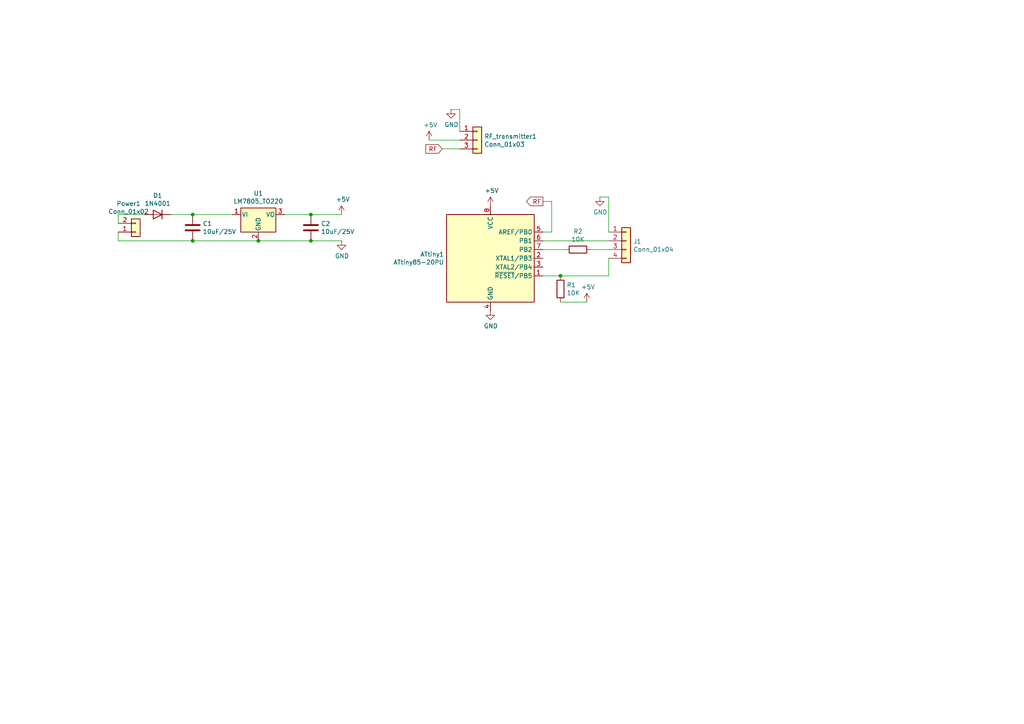
<source format=kicad_sch>
(kicad_sch (version 20211123) (generator eeschema)
  (paper "A4")
  (lib_symbols
    (symbol "Connector_Generic:Conn_01x02" (pin_names (offset 1.016) hide)
      (property "Reference" "J" (at 0 2.54 0))
      (property "Value" "Conn_01x02" (at 0 -5.08 0))
      (symbol "Conn_01x02_1_1"
        (rectangle (start -1.27 -2.413) (end 0 -2.667) (stroke (width 0.1524)))
        (rectangle (start -1.27 0.127) (end 0 -0.127) (stroke (width 0.1524)))
        (rectangle (start -1.27 1.27) (end 1.27 -3.81) (stroke (width 0.254)) (fill (type background)))
        (pin passive line (at -5.08 0 0) (length 3.81) (name "Pin_1") (number "1"))
        (pin passive line (at -5.08 -2.54 0) (length 3.81) (name "Pin_2") (number "2"))
      )
    )
    (symbol "Connector_Generic:Conn_01x03" (pin_names (offset 1.016) hide)
      (property "Reference" "J" (at 0 5.08 0))
      (property "Value" "Conn_01x03" (at 0 -5.08 0))
      (symbol "Conn_01x03_1_1"
        (rectangle (start -1.27 -2.413) (end 0 -2.667) (stroke (width 0.1524)))
        (rectangle (start -1.27 0.127) (end 0 -0.127) (stroke (width 0.1524)))
        (rectangle (start -1.27 2.667) (end 0 2.413) (stroke (width 0.1524)))
        (rectangle (start -1.27 3.81) (end 1.27 -3.81) (stroke (width 0.254)) (fill (type background)))
        (pin passive line (at -5.08 2.54 0) (length 3.81) (name "Pin_1") (number "1"))
        (pin passive line (at -5.08 0 0) (length 3.81) (name "Pin_2") (number "2"))
        (pin passive line (at -5.08 -2.54 0) (length 3.81) (name "Pin_3") (number "3"))
      )
    )
    (symbol "Connector_Generic:Conn_01x04" (pin_names (offset 1.016) hide)
      (property "Reference" "J" (at 0 5.08 0))
      (property "Value" "Conn_01x04" (at 0 -7.62 0))
      (symbol "Conn_01x04_1_1"
        (rectangle (start -1.27 -4.953) (end 0 -5.207) (stroke (width 0.1524)))
        (rectangle (start -1.27 -2.413) (end 0 -2.667) (stroke (width 0.1524)))
        (rectangle (start -1.27 0.127) (end 0 -0.127) (stroke (width 0.1524)))
        (rectangle (start -1.27 2.667) (end 0 2.413) (stroke (width 0.1524)))
        (rectangle (start -1.27 3.81) (end 1.27 -6.35) (stroke (width 0.254)) (fill (type background)))
        (pin passive line (at -5.08 2.54 0) (length 3.81) (name "Pin_1") (number "1"))
        (pin passive line (at -5.08 0 0) (length 3.81) (name "Pin_2") (number "2"))
        (pin passive line (at -5.08 -2.54 0) (length 3.81) (name "Pin_3") (number "3"))
        (pin passive line (at -5.08 -5.08 0) (length 3.81) (name "Pin_4") (number "4"))
      )
    )
    (symbol "Device:C" (pin_numbers hide) (pin_names (offset 0.254))
      (property "Reference" "C" (at 0.635 2.54 0))
      (property "Value" "C" (at 0.635 -2.54 0))
      (symbol "C_0_1"
        (polyline (pts (xy -2.032 -0.762) (xy 2.032 -0.762)) (stroke (width 0.508)))
        (polyline (pts (xy -2.032 0.762) (xy 2.032 0.762)) (stroke (width 0.508)))
      )
      (symbol "C_1_1"
        (pin passive line (at 0 3.81 270) (length 2.794) (name "~") (number "1"))
        (pin passive line (at 0 -3.81 90) (length 2.794) (name "~") (number "2"))
      )
    )
    (symbol "Device:R" (pin_numbers hide) (pin_names (offset 0))
      (property "Reference" "R" (at 2.032 0 90))
      (property "Value" "R" (at 0 0 90))
      (symbol "R_0_1"
        (rectangle (start -1.016 -2.54) (end 1.016 2.54) (stroke (width 0.254)))
      )
      (symbol "R_1_1"
        (pin passive line (at 0 3.81 270) (length 1.27) (name "~") (number "1"))
        (pin passive line (at 0 -3.81 90) (length 1.27) (name "~") (number "2"))
      )
    )
    (symbol "Diode:1N4001" (pin_numbers hide) (pin_names (offset 1.016) hide)
      (property "Reference" "D" (at 0 2.54 0))
      (property "Value" "1N4001" (at 0 -2.54 0))
      (symbol "1N4001_0_1"
        (polyline (pts (xy -1.27 1.27) (xy -1.27 -1.27)) (stroke (width 0.254)))
        (polyline (pts (xy 1.27 0) (xy -1.27 0)))
        (polyline (pts (xy 1.27 1.27) (xy 1.27 -1.27) (xy -1.27 0) (xy 1.27 1.27)) (stroke (width 0.254)))
      )
      (symbol "1N4001_1_1"
        (pin passive line (at -3.81 0 0) (length 2.54) (name "K") (number "1"))
        (pin passive line (at 3.81 0 180) (length 2.54) (name "A") (number "2"))
      )
    )
    (symbol "MCU_Microchip_ATtiny:ATtiny85-20PU"
      (property "Reference" "U" (at -12.7 13.97 0))
      (property "Value" "MCU_Microchip_ATtiny_ATtiny85-20PU" (at 2.54 -13.97 0))
      (symbol "ATtiny85-20PU_0_1"
        (rectangle (start -12.7 -12.7) (end 12.7 12.7) (stroke (width 0.254)) (fill (type background)))
      )
      (symbol "ATtiny85-20PU_1_1"
        (pin bidirectional line (at 15.24 -5.08 180) (length 2.54) (name "~{RESET}/PB5") (number "1"))
        (pin bidirectional line (at 15.24 0 180) (length 2.54) (name "XTAL1/PB3") (number "2"))
        (pin bidirectional line (at 15.24 -2.54 180) (length 2.54) (name "XTAL2/PB4") (number "3"))
        (pin power_in line (at 0 -15.24 90) (length 2.54) (name "GND") (number "4"))
        (pin bidirectional line (at 15.24 7.62 180) (length 2.54) (name "AREF/PB0") (number "5"))
        (pin bidirectional line (at 15.24 5.08 180) (length 2.54) (name "PB1") (number "6"))
        (pin bidirectional line (at 15.24 2.54 180) (length 2.54) (name "PB2") (number "7"))
        (pin power_in line (at 0 15.24 270) (length 2.54) (name "VCC") (number "8"))
      )
    )
    (symbol "Regulator_Linear:LM7805_TO220" (pin_names (offset 0.254))
      (property "Reference" "U" (at -3.81 3.175 0))
      (property "Value" "LM7805_TO220" (at 0 3.175 0))
      (symbol "LM7805_TO220_0_1"
        (rectangle (start -5.08 1.905) (end 5.08 -5.08) (stroke (width 0.254)) (fill (type background)))
      )
      (symbol "LM7805_TO220_1_1"
        (pin power_in line (at -7.62 0 0) (length 2.54) (name "VI") (number "1"))
        (pin power_in line (at 0 -7.62 90) (length 2.54) (name "GND") (number "2"))
        (pin power_out line (at 7.62 0 180) (length 2.54) (name "VO") (number "3"))
      )
    )
    (symbol "power:+5V" (power) (pin_names (offset 0))
      (property "Value" "+5V" (at 0 3.556 0))
      (symbol "+5V_0_1"
        (polyline (pts (xy -0.762 1.27) (xy 0 2.54)))
        (polyline (pts (xy 0 0) (xy 0 2.54)))
        (polyline (pts (xy 0 2.54) (xy 0.762 1.27)))
      )
      (symbol "+5V_1_1"
        (pin power_in line (at 0 0 90) (length 0) hide (name "+5V") (number "1"))
      )
    )
    (symbol "power:GND" (power) (pin_names (offset 0))
      (property "Value" "GND" (at 0 -3.81 0))
      (symbol "GND_0_1"
        (polyline (pts (xy 0 0) (xy 0 -1.27) (xy 1.27 -1.27) (xy 0 -2.54) (xy -1.27 -1.27) (xy 0 -1.27)))
      )
      (symbol "GND_1_1"
        (pin power_in line (at 0 0 270) (length 0) hide (name "GND") (number "1"))
      )
    )
  )
  (junction (at 162.56 80.01))
  (junction (at 74.93 69.85))
  (junction (at 90.17 62.23))
  (junction (at 90.17 69.85))
  (junction (at 55.88 62.23))
  (junction (at 55.88 69.85))
  (wire (pts (xy 67.31 62.23) (xy 55.88 62.23)))
  (wire (pts (xy 160.02 67.31) (xy 157.48 67.31)))
  (wire (pts (xy 176.53 72.39) (xy 171.45 72.39)))
  (wire (pts (xy 133.35 31.75) (xy 130.81 31.75)))
  (wire (pts (xy 90.17 69.85) (xy 99.06 69.85)))
  (wire (pts (xy 163.83 72.39) (xy 157.48 72.39)))
  (wire (pts (xy 34.29 62.23) (xy 34.29 64.77)))
  (wire (pts (xy 176.53 80.01) (xy 176.53 74.93)))
  (wire (pts (xy 74.93 69.85) (xy 55.88 69.85)))
  (wire (pts (xy 173.99 57.15) (xy 176.53 57.15)))
  (wire (pts (xy 162.56 87.63) (xy 170.18 87.63)))
  (wire (pts (xy 157.48 58.42) (xy 160.02 58.42)))
  (wire (pts (xy 90.17 62.23) (xy 99.06 62.23)))
  (wire (pts (xy 133.35 38.1) (xy 133.35 31.75)))
  (wire (pts (xy 82.55 62.23) (xy 90.17 62.23)))
  (wire (pts (xy 55.88 69.85) (xy 34.29 69.85)))
  (wire (pts (xy 162.56 80.01) (xy 176.53 80.01)))
  (wire (pts (xy 176.53 57.15) (xy 176.53 67.31)))
  (wire (pts (xy 133.35 40.64) (xy 124.46 40.64)))
  (wire (pts (xy 90.17 69.85) (xy 74.93 69.85)))
  (wire (pts (xy 133.35 43.18) (xy 128.27 43.18)))
  (wire (pts (xy 55.88 62.23) (xy 49.53 62.23)))
  (wire (pts (xy 162.56 80.01) (xy 157.48 80.01)))
  (wire (pts (xy 160.02 58.42) (xy 160.02 67.31)))
  (wire (pts (xy 176.53 69.85) (xy 157.48 69.85)))
  (wire (pts (xy 41.91 62.23) (xy 34.29 62.23)))
  (wire (pts (xy 34.29 67.31) (xy 34.29 69.85)))
  (global_label "RF" (shape input) (at 128.27 43.18 180) (property "Intersheet References" "${INTERSHEET_REFS}" (effects hide)))
  (global_label "RF" (shape output) (at 157.48 58.42 180) (property "Intersheet References" "${INTERSHEET_REFS}" (effects hide)))
  (symbol (lib_id "MCU_Microchip_ATtiny:ATtiny85-20PU") (at 142.24 74.93 0) (unit 1)
    (property "Reference" "ATtiny1" (at 128.8034 73.7616 0) (effects (justify right)))
    (property "Value" "ATtiny85-20PU" (at 128.8034 76.073 0) (effects (justify right)))
    (property "Footprint" "Package_DIP:DIP-8_W7.62mm" (effects hide))
    (property "Datasheet" "http://ww1.microchip.com/downloads/en/DeviceDoc/atmel-2586-avr-8-bit-microcontroller-attiny25-attiny45-attiny85_datasheet.pdf" (effects hide))
  )
  (symbol (lib_id "Connector_Generic:Conn_01x03") (at 138.43 40.64 0) (unit 1)
    (property "Reference" "RF_transmitter1" (at 140.462 39.5732 0) (effects (justify left)))
    (property "Value" "Conn_01x03" (at 140.462 41.8846 0) (effects (justify left)))
    (property "Footprint" "Connector_PinHeader_2.54mm:PinHeader_1x03_P2.54mm_Vertical" (effects hide))
  )
  (symbol (lib_id "power:+5V") (at 124.46 40.64 0) (unit 1)
    (property "Reference" "#PWR0101" (effects hide))
    (property "Value" "+5V" (at 124.841 36.2458 0))
  )
  (symbol (lib_id "power:+5V") (at 142.24 59.69 0) (unit 1)
    (property "Reference" "#PWR0102" (effects hide))
    (property "Value" "+5V" (at 142.621 55.2958 0))
  )
  (symbol (lib_id "power:GND") (at 130.81 31.75 0) (unit 1)
    (property "Reference" "#PWR0103" (effects hide))
    (property "Value" "GND" (at 130.937 36.1442 0))
  )
  (symbol (lib_id "power:GND") (at 142.24 90.17 0) (unit 1)
    (property "Reference" "#PWR0104" (effects hide))
    (property "Value" "GND" (at 142.367 94.5642 0))
  )
  (symbol (lib_id "Device:R") (at 162.56 83.82 0) (unit 1)
    (property "Reference" "R1" (at 164.338 82.6516 0) (effects (justify left)))
    (property "Value" "10K" (at 164.338 84.963 0) (effects (justify left)))
    (property "Footprint" "Resistor_THT:R_Axial_DIN0207_L6.3mm_D2.5mm_P7.62mm_Horizontal" (effects hide))
  )
  (symbol (lib_id "power:+5V") (at 170.18 87.63 0) (unit 1)
    (property "Reference" "#PWR0105" (effects hide))
    (property "Value" "+5V" (at 170.561 83.2358 0))
  )
  (symbol (lib_id "Connector_Generic:Conn_01x04") (at 181.61 69.85 0) (unit 1)
    (property "Reference" "J1" (at 183.642 70.0532 0) (effects (justify left)))
    (property "Value" "Conn_01x04" (at 183.642 72.3646 0) (effects (justify left)))
    (property "Footprint" "Connector_PinHeader_2.54mm:PinHeader_1x04_P2.54mm_Vertical" (effects hide))
  )
  (symbol (lib_id "power:GND") (at 173.99 57.15 0) (unit 1)
    (property "Reference" "#PWR0106" (effects hide))
    (property "Value" "GND" (at 174.117 61.5442 0))
  )
  (symbol (lib_id "Device:R") (at 167.64 72.39 90) (unit 1)
    (property "Reference" "R2" (at 167.64 67.1322 90))
    (property "Value" "10K" (at 167.64 69.4436 90))
    (property "Footprint" "Resistor_THT:R_Axial_DIN0207_L6.3mm_D2.5mm_P7.62mm_Horizontal" (effects hide))
  )
  (symbol (lib_id "Regulator_Linear:LM7805_TO220") (at 74.93 62.23 0) (unit 1)
    (property "Reference" "U1" (at 74.93 56.0832 0))
    (property "Value" "LM7805_TO220" (at 74.93 58.3946 0))
    (property "Footprint" "Package_TO_SOT_THT:TO-220-3_Vertical" (effects hide))
    (property "Datasheet" "https://www.onsemi.cn/PowerSolutions/document/MC7800-D.PDF" (effects hide))
  )
  (symbol (lib_id "Diode:1N4001") (at 45.72 62.23 180) (unit 1)
    (property "Reference" "D1" (at 45.72 56.7182 0))
    (property "Value" "1N4001" (at 45.72 59.0296 0))
    (property "Footprint" "Diode_THT:D_DO-41_SOD81_P10.16mm_Horizontal" (effects hide))
    (property "Datasheet" "http://www.vishay.com/docs/88503/1n4001.pdf" (effects hide))
  )
  (symbol (lib_id "Device:C") (at 55.88 66.04 0) (unit 1)
    (property "Reference" "C1" (at 58.801 64.8716 0) (effects (justify left)))
    (property "Value" "10uF/25V" (at 58.801 67.183 0) (effects (justify left)))
    (property "Footprint" "Capacitor_THT:C_Disc_D8.0mm_W2.5mm_P5.00mm" (effects hide))
  )
  (symbol (lib_id "Device:C") (at 90.17 66.04 0) (unit 1)
    (property "Reference" "C2" (at 93.091 64.8716 0) (effects (justify left)))
    (property "Value" "10uF/25V" (at 93.091 67.183 0) (effects (justify left)))
    (property "Footprint" "Capacitor_THT:C_Disc_D8.0mm_W2.5mm_P5.00mm" (effects hide))
  )
  (symbol (lib_id "Connector_Generic:Conn_01x02") (at 39.37 67.31 0) (mirror x) (unit 1)
    (property "Reference" "Power1" (at 37.2872 59.055 0))
    (property "Value" "Conn_01x02" (at 37.2872 61.3664 0))
    (property "Footprint" "Connector_PinHeader_2.54mm:PinHeader_1x02_P2.54mm_Vertical" (effects hide))
  )
  (symbol (lib_id "power:GND") (at 99.06 69.85 0) (unit 1)
    (property "Reference" "#PWR0107" (effects hide))
    (property "Value" "GND" (at 99.187 74.2442 0))
  )
  (symbol (lib_id "power:+5V") (at 99.06 62.23 0) (unit 1)
    (property "Reference" "#PWR0108" (effects hide))
    (property "Value" "+5V" (at 99.441 57.8358 0))
  )
)
</source>
